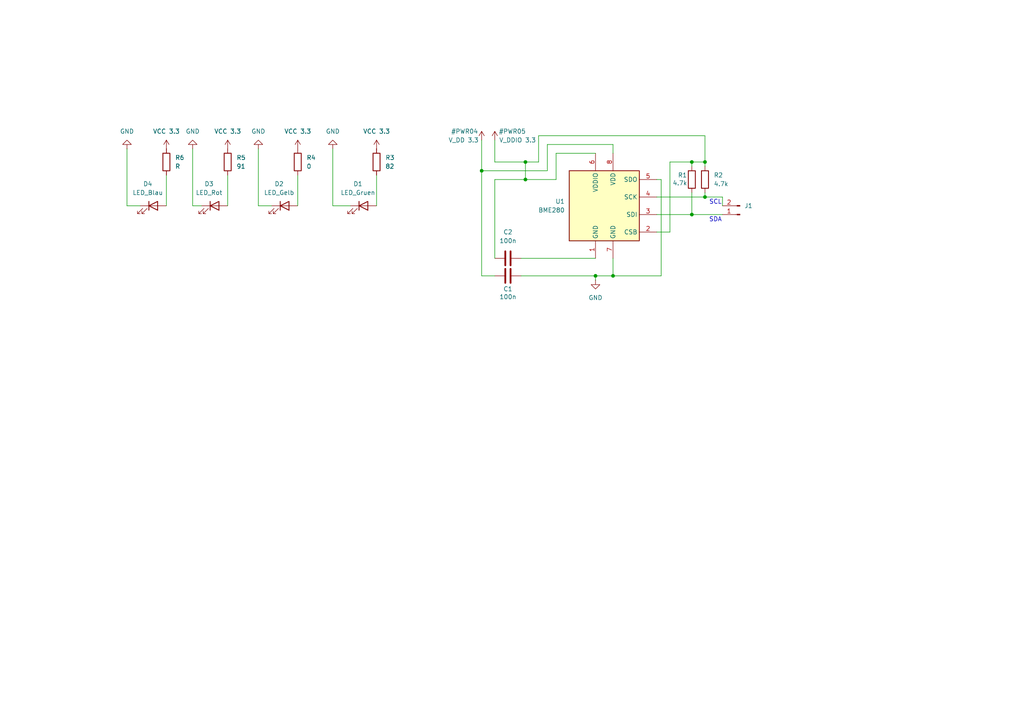
<source format=kicad_sch>
(kicad_sch (version 20231120) (generator "eeschema") (generator_version "8.0")
  (paper "A4")
  (lib_symbols
    (symbol "Connector:Conn_01x02_Pin" (pin_names (offset 1.016) hide)
      (property "Reference" "J" (at 0 2.54 0))
      (property "Value" "Conn_01x02_Pin" (at 0 -5.08 0))
      (symbol "Conn_01x02_Pin_1_1"
        (polyline (pts (xy 1.27 -2.54) (xy 0.8636 -2.54)) (stroke (width 0.1524)))
        (polyline (pts (xy 1.27 0) (xy 0.8636 0)) (stroke (width 0.1524)))
        (rectangle (start 0.8636 -2.413) (end 0 -2.667) (stroke (width 0.1524)) (fill (type outline)))
        (rectangle (start 0.8636 0.127) (end 0 -0.127) (stroke (width 0.1524)) (fill (type outline)))
        (pin passive line (at 5.08 0 180) (length 3.81) (name "Pin_1") (number "1"))
        (pin passive line (at 5.08 -2.54 180) (length 3.81) (name "Pin_2") (number "2"))
      )
    )
    (symbol "Device:C" (pin_numbers hide) (pin_names (offset 0.254))
      (property "Reference" "C" (at 0.635 2.54 0))
      (property "Value" "C" (at 0.635 -2.54 0))
      (symbol "C_0_1"
        (polyline (pts (xy -2.032 -0.762) (xy 2.032 -0.762)) (stroke (width 0.508)))
        (polyline (pts (xy -2.032 0.762) (xy 2.032 0.762)) (stroke (width 0.508)))
      )
      (symbol "C_1_1"
        (pin passive line (at 0 3.81 270) (length 2.794) (name "~") (number "1"))
        (pin passive line (at 0 -3.81 90) (length 2.794) (name "~") (number "2"))
      )
    )
    (symbol "Device:LED" (pin_numbers hide) (pin_names (offset 1.016) hide)
      (property "Reference" "D" (at 0 2.54 0))
      (property "Value" "LED" (at 0 -2.54 0))
      (symbol "LED_0_1"
        (polyline (pts (xy -1.27 -1.27) (xy -1.27 1.27)) (stroke (width 0.254)))
        (polyline (pts (xy -1.27 0) (xy 1.27 0)))
        (polyline (pts (xy 1.27 -1.27) (xy 1.27 1.27) (xy -1.27 0) (xy 1.27 -1.27)) (stroke (width 0.254)))
        (polyline (pts (xy -3.048 -0.762) (xy -4.572 -2.286) (xy -3.81 -2.286) (xy -4.572 -2.286) (xy -4.572 -1.524)))
        (polyline (pts (xy -1.778 -0.762) (xy -3.302 -2.286) (xy -2.54 -2.286) (xy -3.302 -2.286) (xy -3.302 -1.524)))
      )
      (symbol "LED_1_1"
        (pin passive line (at -3.81 0 0) (length 2.54) (name "K") (number "1"))
        (pin passive line (at 3.81 0 180) (length 2.54) (name "A") (number "2"))
      )
    )
    (symbol "Device:R" (pin_numbers hide) (pin_names (offset 0))
      (property "Reference" "R" (at 2.032 0 90))
      (property "Value" "R" (at 0 0 90))
      (symbol "R_0_1"
        (rectangle (start -1.016 -2.54) (end 1.016 2.54) (stroke (width 0.254)))
      )
      (symbol "R_1_1"
        (pin passive line (at 0 3.81 270) (length 1.27) (name "~") (number "1"))
        (pin passive line (at 0 -3.81 90) (length 1.27) (name "~") (number "2"))
      )
    )
    (symbol "Sensor:BME280"
      (property "Reference" "U" (at -8.89 11.43 0))
      (property "Value" "BME280" (at 7.62 11.43 0))
      (symbol "BME280_0_1"
        (rectangle (start -10.16 10.16) (end 10.16 -10.16) (stroke (width 0.254)) (fill (type background)))
      )
      (symbol "BME280_1_1"
        (pin power_in line (at -2.54 -15.24 90) (length 5.08) (name "GND") (number "1"))
        (pin input line (at 15.24 -7.62 180) (length 5.08) (name "CSB") (number "2"))
        (pin bidirectional line (at 15.24 -2.54 180) (length 5.08) (name "SDI") (number "3"))
        (pin input line (at 15.24 2.54 180) (length 5.08) (name "SCK") (number "4"))
        (pin bidirectional line (at 15.24 7.62 180) (length 5.08) (name "SDO") (number "5"))
        (pin power_in line (at -2.54 15.24 270) (length 5.08) (name "VDDIO") (number "6"))
        (pin power_in line (at 2.54 -15.24 90) (length 5.08) (name "GND") (number "7"))
        (pin power_in line (at 2.54 15.24 270) (length 5.08) (name "VDD") (number "8"))
      )
    )
    (symbol "power:GND" (power) (pin_numbers hide) (pin_names (offset 0) hide)
      (property "Value" "GND" (at 0 -3.81 0))
      (symbol "GND_0_1"
        (polyline (pts (xy 0 0) (xy 0 -1.27) (xy 1.27 -1.27) (xy 0 -2.54) (xy -1.27 -1.27) (xy 0 -1.27)))
      )
      (symbol "GND_1_1"
        (pin power_in line (at 0 0 270) (length 0) (name "~") (number "1"))
      )
    )
    (symbol "power:VCC" (power) (pin_numbers hide) (pin_names (offset 0) hide)
      (property "Value" "VCC" (at 0 3.556 0))
      (symbol "VCC_0_1"
        (polyline (pts (xy -0.762 1.27) (xy 0 2.54)))
        (polyline (pts (xy 0 0) (xy 0 2.54)))
        (polyline (pts (xy 0 2.54) (xy 0.762 1.27)))
      )
      (symbol "VCC_1_1"
        (pin power_in line (at 0 0 90) (length 0) (name "~") (number "1"))
      )
    )
  )
  (junction (at 204.47 46.99))
  (junction (at 200.66 46.99))
  (junction (at 152.4 46.99))
  (junction (at 204.47 57.15))
  (junction (at 200.66 62.23))
  (junction (at 152.4 52.07))
  (junction (at 139.7 49.53))
  (junction (at 172.72 80.01))
  (junction (at 177.8 80.01))
  (wire (pts (xy 86.36 50.8) (xy 86.36 59.69)))
  (wire (pts (xy 96.52 43.18) (xy 96.52 59.69)))
  (wire (pts (xy 200.66 55.88) (xy 200.66 62.23)))
  (wire (pts (xy 156.21 46.99) (xy 156.21 39.37)))
  (wire (pts (xy 194.31 46.99) (xy 200.66 46.99)))
  (wire (pts (xy 143.51 52.07) (xy 143.51 74.93)))
  (wire (pts (xy 177.8 80.01) (xy 172.72 80.01)))
  (wire (pts (xy 139.7 40.64) (xy 139.7 49.53)))
  (wire (pts (xy 161.29 44.45) (xy 172.72 44.45)))
  (wire (pts (xy 109.22 50.8) (xy 109.22 59.69)))
  (wire (pts (xy 191.77 52.07) (xy 191.77 80.01)))
  (wire (pts (xy 101.6 59.69) (xy 96.52 59.69)))
  (wire (pts (xy 151.13 74.93) (xy 172.72 74.93)))
  (wire (pts (xy 158.75 41.91) (xy 158.75 49.53)))
  (wire (pts (xy 177.8 44.45) (xy 177.8 41.91)))
  (wire (pts (xy 74.93 43.18) (xy 74.93 59.69)))
  (wire (pts (xy 209.55 57.15) (xy 209.55 59.69)))
  (wire (pts (xy 194.31 46.99) (xy 194.31 67.31)))
  (wire (pts (xy 58.42 59.69) (xy 55.88 59.69)))
  (wire (pts (xy 204.47 55.88) (xy 204.47 57.15)))
  (wire (pts (xy 204.47 57.15) (xy 209.55 57.15)))
  (wire (pts (xy 158.75 49.53) (xy 139.7 49.53)))
  (wire (pts (xy 143.51 80.01) (xy 139.7 80.01)))
  (wire (pts (xy 143.51 52.07) (xy 152.4 52.07)))
  (wire (pts (xy 152.4 46.99) (xy 152.4 52.07)))
  (wire (pts (xy 190.5 62.23) (xy 200.66 62.23)))
  (wire (pts (xy 139.7 80.01) (xy 139.7 49.53)))
  (wire (pts (xy 48.26 50.8) (xy 48.26 59.69)))
  (wire (pts (xy 36.83 43.18) (xy 36.83 59.69)))
  (wire (pts (xy 190.5 57.15) (xy 204.47 57.15)))
  (wire (pts (xy 55.88 43.18) (xy 55.88 59.69)))
  (wire (pts (xy 191.77 80.01) (xy 177.8 80.01)))
  (wire (pts (xy 200.66 62.23) (xy 209.55 62.23)))
  (wire (pts (xy 40.64 59.69) (xy 36.83 59.69)))
  (wire (pts (xy 143.51 46.99) (xy 152.4 46.99)))
  (wire (pts (xy 151.13 80.01) (xy 172.72 80.01)))
  (wire (pts (xy 177.8 41.91) (xy 158.75 41.91)))
  (wire (pts (xy 152.4 46.99) (xy 156.21 46.99)))
  (wire (pts (xy 177.8 74.93) (xy 177.8 80.01)))
  (wire (pts (xy 200.66 46.99) (xy 204.47 46.99)))
  (wire (pts (xy 74.93 59.69) (xy 78.74 59.69)))
  (wire (pts (xy 152.4 52.07) (xy 161.29 52.07)))
  (wire (pts (xy 172.72 80.01) (xy 172.72 81.28)))
  (wire (pts (xy 143.51 40.64) (xy 143.51 46.99)))
  (wire (pts (xy 190.5 67.31) (xy 194.31 67.31)))
  (wire (pts (xy 66.04 50.8) (xy 66.04 59.69)))
  (wire (pts (xy 190.5 52.07) (xy 191.77 52.07)))
  (wire (pts (xy 161.29 52.07) (xy 161.29 44.45)))
  (wire (pts (xy 204.47 46.99) (xy 204.47 48.26)))
  (wire (pts (xy 156.21 39.37) (xy 204.47 39.37)))
  (wire (pts (xy 204.47 39.37) (xy 204.47 46.99)))
  (wire (pts (xy 200.66 48.26) (xy 200.66 46.99)))
  (text "SCL" (at 207.518 58.674 0) (effects (font (size 1.27 1.27))))
  (text "SDA" (at 207.518 63.754 0) (effects (font (size 1.27 1.27))))
  (symbol (lib_id "Sensor:BME280") (at 175.26 59.69 0) (unit 1)
    (property "Reference" "U1" (at 163.83 58.4199 0) (effects (justify right)))
    (property "Value" "BME280" (at 163.83 60.9599 0) (effects (justify right)))
    (property "Footprint" "Package_LGA:Bosch_LGA-8_2.5x2.5mm_P0.65mm_ClockwisePinNumbering" (effects (hide yes)))
    (property "Datasheet" "https://www.bosch-sensortec.com/media/boschsensortec/downloads/datasheets/bst-bme280-ds002.pdf" (effects (hide yes)))
    (property "Description" "3-in-1 sensor, humidity, pressure, temperature, I2C and SPI interface, 1.71-3.6V, LGA-8" (effects (hide yes)))
  )
  (symbol (lib_id "Device:LED") (at 105.41 59.69 0) (unit 1)
    (property "Reference" "D1" (at 103.8225 53.34 0))
    (property "Value" "LED_Gruen" (at 103.8225 55.88 0))
    (property "Description" "Light emitting diode" (effects (hide yes)))
  )
  (symbol (lib_id "Device:R") (at 48.26 46.99 0) (unit 1)
    (property "Reference" "R6" (at 50.8 45.7199 0) (effects (justify left)))
    (property "Value" "R" (at 50.8 48.2599 0) (effects (justify left)))
    (property "Description" "Resistor" (effects (hide yes)))
  )
  (symbol (lib_id "Connector:Conn_01x02_Pin") (at 214.63 62.23 180) (unit 1)
    (property "Reference" "J1" (at 215.9 59.6899 0) (effects (justify right)))
    (property "Value" "Conn_01x02_Pin" (effects (hide yes)))
    (property "Description" "Generic connector, single row, 01x02, script generated" (effects (hide yes)))
  )
  (symbol (lib_id "power:GND") (at 172.72 81.28 0) (unit 1)
    (property "Reference" "#PWR01" (effects (hide yes)))
    (property "Value" "GND" (at 172.72 86.36 0))
    (property "Description" "Power symbol creates a global label with name \"GND\" , ground" (effects (hide yes)))
  )
  (symbol (lib_id "Device:LED") (at 44.45 59.69 0) (unit 1)
    (property "Reference" "D4" (at 42.8625 53.34 0))
    (property "Value" "LED_Blau" (at 42.8625 55.88 0))
    (property "Description" "Light emitting diode" (effects (hide yes)))
  )
  (symbol (lib_id "Device:C") (at 147.32 74.93 270) (unit 1)
    (property "Reference" "C2" (at 147.32 67.31 90))
    (property "Value" "100n" (at 147.32 69.85 90))
    (property "Description" "Unpolarized capacitor" (effects (hide yes)))
  )
  (symbol (lib_id "Device:LED") (at 82.55 59.69 0) (unit 1)
    (property "Reference" "D2" (at 80.9625 53.34 0))
    (property "Value" "LED_Gelb" (at 80.9625 55.88 0))
    (property "Description" "Light emitting diode" (effects (hide yes)))
  )
  (symbol (lib_id "Device:R") (at 66.04 46.99 0) (unit 1)
    (property "Reference" "R5" (at 68.58 45.7199 0) (effects (justify left)))
    (property "Value" "91" (at 68.58 48.2599 0) (effects (justify left)))
    (property "Description" "Resistor" (effects (hide yes)))
  )
  (symbol (lib_id "Device:R") (at 86.36 46.99 0) (unit 1)
    (property "Reference" "R4" (at 88.9 45.7199 0) (effects (justify left)))
    (property "Value" "0" (at 88.9 48.2599 0) (effects (justify left)))
    (property "Description" "Resistor" (effects (hide yes)))
  )
  (symbol (lib_id "power:GND") (at 55.88 43.18 180) (unit 1)
    (property "Reference" "#PWR03" (effects (hide yes)))
    (property "Value" "GND" (at 55.88 38.1 0))
    (property "Description" "Power symbol creates a global label with name \"GND\" , ground" (effects (hide yes)))
  )
  (symbol (lib_id "power:VCC") (at 86.36 43.18 0) (unit 1)
    (property "Reference" "#PWR07" (effects (hide yes)))
    (property "Value" "VCC 3.3" (at 86.36 38.1 0))
    (property "Description" "Power symbol creates a global label with name \"VCC\"" (effects (hide yes)))
  )
  (symbol (lib_id "power:GND") (at 96.52 43.18 180) (unit 1)
    (property "Reference" "#PWR05" (effects (hide yes)))
    (property "Value" "GND" (at 96.52 38.1 0))
    (property "Description" "Power symbol creates a global label with name \"GND\" , ground" (effects (hide yes)))
  )
  (symbol (lib_id "Device:R") (at 200.66 52.07 0) (unit 1)
    (property "Reference" "R1" (at 196.596 50.8 0) (effects (justify left)))
    (property "Value" "4.7k" (at 195.072 53.086 0) (effects (justify left)))
    (property "Description" "Resistor" (effects (hide yes)))
  )
  (symbol (lib_id "power:GND") (at 36.83 43.18 180) (unit 1)
    (property "Reference" "#PWR02" (effects (hide yes)))
    (property "Value" "GND" (at 36.83 38.1 0))
    (property "Description" "Power symbol creates a global label with name \"GND\" , ground" (effects (hide yes)))
  )
  (symbol (lib_id "Device:C") (at 147.32 80.01 90) (unit 1)
    (property "Reference" "C1" (at 147.32 83.82 90))
    (property "Value" "100n" (at 147.32 86.106 90))
    (property "Description" "Unpolarized capacitor" (effects (hide yes)))
  )
  (symbol (lib_id "power:VCC") (at 143.51 40.64 0) (unit 1)
    (property "Reference" "#PWR05" (at 148.59 38.1 0))
    (property "Value" "V_DDIO 3.3" (at 150.114 40.64 0))
    (property "Description" "Power symbol creates a global label with name \"VCC\"" (effects (hide yes)))
  )
  (symbol (lib_id "Device:R") (at 109.22 46.99 0) (unit 1)
    (property "Reference" "R3" (at 111.76 45.7199 0) (effects (justify left)))
    (property "Value" "82" (at 111.76 48.2599 0) (effects (justify left)))
    (property "Description" "Resistor" (effects (hide yes)))
  )
  (symbol (lib_id "power:GND") (at 74.93 43.18 180) (unit 1)
    (property "Reference" "#PWR04" (effects (hide yes)))
    (property "Value" "GND" (at 74.93 38.1 0))
    (property "Description" "Power symbol creates a global label with name \"GND\" , ground" (effects (hide yes)))
  )
  (symbol (lib_id "Device:LED") (at 62.23 59.69 0) (unit 1)
    (property "Reference" "D3" (at 60.6425 53.34 0))
    (property "Value" "LED_Rot" (at 60.6425 55.88 0))
    (property "Description" "Light emitting diode" (effects (hide yes)))
  )
  (symbol (lib_id "power:VCC") (at 66.04 43.18 0) (unit 1)
    (property "Reference" "#PWR08" (effects (hide yes)))
    (property "Value" "VCC 3.3" (at 66.04 38.1 0))
    (property "Description" "Power symbol creates a global label with name \"VCC\"" (effects (hide yes)))
  )
  (symbol (lib_id "power:VCC") (at 109.22 43.18 0) (unit 1)
    (property "Reference" "#PWR06" (effects (hide yes)))
    (property "Value" "VCC 3.3" (at 109.22 38.1 0))
    (property "Description" "Power symbol creates a global label with name \"VCC\"" (effects (hide yes)))
  )
  (symbol (lib_id "power:VCC") (at 48.26 43.18 0) (unit 1)
    (property "Reference" "#PWR09" (effects (hide yes)))
    (property "Value" "VCC 3.3" (at 48.26 38.1 0))
    (property "Description" "Power symbol creates a global label with name \"VCC\"" (effects (hide yes)))
  )
  (symbol (lib_id "Device:R") (at 204.47 52.07 0) (unit 1)
    (property "Reference" "R2" (at 207.01 50.7999 0) (effects (justify left)))
    (property "Value" "4.7k" (at 207.01 53.3399 0) (effects (justify left)))
    (property "Description" "Resistor" (effects (hide yes)))
  )
  (symbol (lib_id "power:VCC") (at 139.7 40.64 0) (unit 1)
    (property "Reference" "#PWR04" (at 130.81 38.1 0) (effects (justify left)))
    (property "Value" "V_DD 3.3" (at 130.048 40.64 0) (effects (justify left)))
    (property "Description" "Power symbol creates a global label with name \"VCC\"" (effects (hide yes)))
  )
)
</source>
